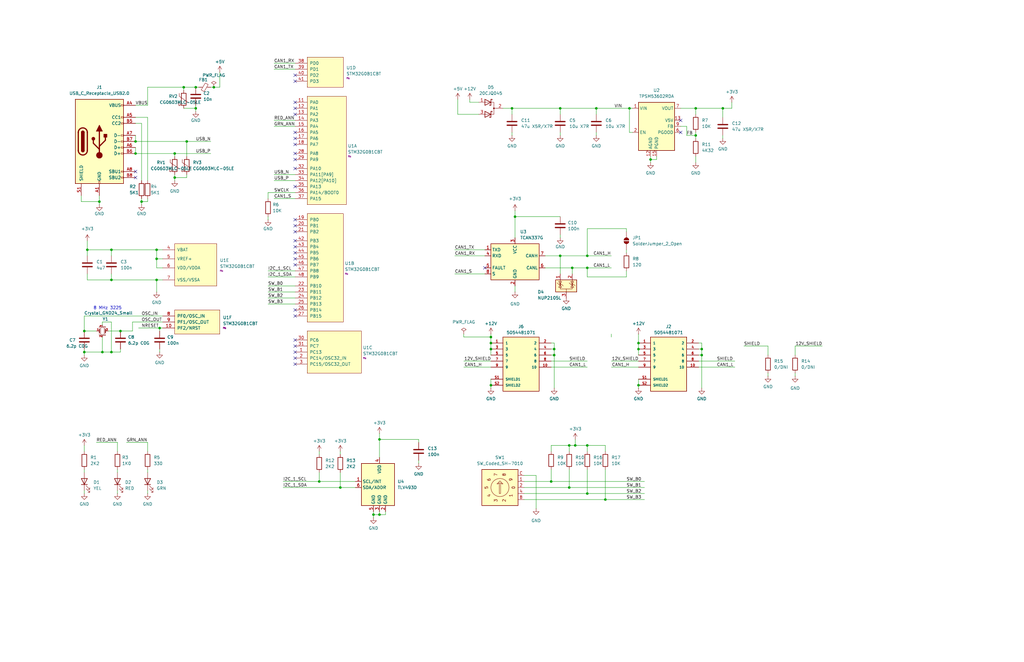
<source format=kicad_sch>
(kicad_sch (version 20250114) (generator "eeschema") (generator_version "9.0")
  (paper "B")
  (text "8 MHz 3225" (at 39.37 130.81 0) (effects (font (size 1.27 1.27)) (justify left bottom)))
  (junction (at 215.9 45.72))
  (junction (at 157.48 217.17))
  (junction (at 207.01 162.56))
  (junction (at 73.66 74.93))
  (junction (at 232.41 203.2))
  (junction (at 247.65 208.28))
  (junction (at 57.15 59.69))
  (junction (at 143.51 205.74))
  (junction (at 207.01 144.78))
  (junction (at 78.74 59.69))
  (junction (at 50.8 139.7))
  (junction (at 240.03 205.74))
  (junction (at 304.8 45.72))
  (junction (at 241.3 113.03))
  (junction (at 90.17 36.83))
  (junction (at 233.68 149.86))
  (junction (at 82.55 45.72))
  (junction (at 46.99 118.11))
  (junction (at 207.01 142.24))
  (junction (at 236.22 45.72))
  (junction (at 57.15 64.77))
  (junction (at 251.46 45.72))
  (junction (at 236.22 107.95))
  (junction (at 41.91 85.09))
  (junction (at 247.65 107.95))
  (junction (at 207.01 147.32))
  (junction (at 265.43 45.72))
  (junction (at 82.55 36.83))
  (junction (at 269.24 162.56))
  (junction (at 134.62 203.2))
  (junction (at 66.04 109.22))
  (junction (at 269.24 144.78))
  (junction (at 233.68 147.32))
  (junction (at 59.69 85.09))
  (junction (at 240.03 187.96))
  (junction (at 269.24 147.32))
  (junction (at 274.32 67.31))
  (junction (at 66.04 118.11))
  (junction (at 160.02 217.17))
  (junction (at 77.47 36.83))
  (junction (at 46.99 105.41))
  (junction (at 217.17 91.44))
  (junction (at 242.57 187.96))
  (junction (at 293.37 45.72))
  (junction (at 293.37 57.15))
  (junction (at 66.04 105.41))
  (junction (at 73.66 64.77))
  (junction (at 255.27 210.82))
  (junction (at 35.56 148.59))
  (junction (at 295.91 149.86))
  (junction (at 35.56 139.7))
  (junction (at 43.18 148.59))
  (junction (at 247.65 187.96))
  (junction (at 160.02 185.42))
  (junction (at 36.83 105.41))
  (junction (at 295.91 147.32))
  (junction (at 67.31 138.43))
  (junction (at 247.65 113.03))
  (junction (at 46.99 148.59))
  (no_connect (at 124.46 151.13))
  (no_connect (at 124.46 48.26))
  (no_connect (at 287.02 55.88))
  (no_connect (at 124.46 78.74))
  (no_connect (at 204.47 113.03))
  (no_connect (at 124.46 130.81))
  (no_connect (at 124.46 67.31))
  (no_connect (at 57.15 74.93))
  (no_connect (at 124.46 55.88))
  (no_connect (at 124.46 43.18))
  (no_connect (at 124.46 153.67))
  (no_connect (at 124.46 111.76))
  (no_connect (at 124.46 34.29))
  (no_connect (at 124.46 109.22))
  (no_connect (at 124.46 143.51))
  (no_connect (at 124.46 60.96))
  (no_connect (at 124.46 146.05))
  (no_connect (at 124.46 95.25))
  (no_connect (at 124.46 58.42))
  (no_connect (at 124.46 64.77))
  (no_connect (at 124.46 31.75))
  (no_connect (at 124.46 106.68))
  (no_connect (at 124.46 97.79))
  (no_connect (at 124.46 45.72))
  (no_connect (at 124.46 92.71))
  (no_connect (at 124.46 133.35))
  (no_connect (at 124.46 148.59))
  (no_connect (at 124.46 71.12))
  (no_connect (at 287.02 50.8))
  (no_connect (at 124.46 101.6))
  (no_connect (at 57.15 72.39))
  (no_connect (at 124.46 104.14))
  (wire (pts (xy 304.8 57.15) (xy 304.8 58.42)))
  (wire (pts (xy 264.16 116.84) (xy 247.65 116.84)))
  (wire (pts (xy 49.53 207.01) (xy 49.53 208.28)))
  (wire (pts (xy 35.56 133.35) (xy 35.56 139.7)))
  (wire (pts (xy 295.91 144.78) (xy 295.91 147.32)))
  (wire (pts (xy 247.65 187.96) (xy 247.65 190.5)))
  (wire (pts (xy 67.31 147.32) (xy 67.31 148.59)))
  (wire (pts (xy 251.46 55.88) (xy 251.46 57.15)))
  (wire (pts (xy 59.69 83.82) (xy 59.69 85.09)))
  (wire (pts (xy 113.03 116.84) (xy 124.46 116.84)))
  (wire (pts (xy 115.57 76.2) (xy 124.46 76.2)))
  (wire (pts (xy 49.53 198.12) (xy 49.53 199.39)))
  (wire (pts (xy 274.32 66.04) (xy 274.32 67.31)))
  (wire (pts (xy 241.3 113.03) (xy 241.3 115.57)))
  (wire (pts (xy 293.37 55.88) (xy 293.37 57.15)))
  (wire (pts (xy 295.91 149.86) (xy 295.91 163.83)))
  (wire (pts (xy 176.53 186.69) (xy 176.53 185.42)))
  (wire (pts (xy 207.01 142.24) (xy 207.01 144.78)))
  (wire (pts (xy 335.28 157.48) (xy 335.28 158.75)))
  (wire (pts (xy 236.22 55.88) (xy 236.22 57.15)))
  (wire (pts (xy 34.29 82.55) (xy 34.29 85.09)))
  (wire (pts (xy 134.62 190.5) (xy 134.62 191.77)))
  (wire (pts (xy 115.57 83.82) (xy 124.46 83.82)))
  (wire (pts (xy 62.23 186.69) (xy 62.23 190.5)))
  (wire (pts (xy 233.68 147.32) (xy 232.41 147.32)))
  (wire (pts (xy 293.37 45.72) (xy 287.02 45.72)))
  (wire (pts (xy 212.09 45.72) (xy 215.9 45.72)))
  (wire (pts (xy 242.57 185.42) (xy 242.57 187.96)))
  (wire (pts (xy 195.58 140.97) (xy 195.58 142.24)))
  (wire (pts (xy 160.02 185.42) (xy 176.53 185.42)))
  (wire (pts (xy 162.56 215.9) (xy 162.56 217.17)))
  (wire (pts (xy 193.04 48.26) (xy 201.93 48.26)))
  (wire (pts (xy 294.64 154.94) (xy 309.88 154.94)))
  (wire (pts (xy 35.56 133.35) (xy 68.58 133.35)))
  (wire (pts (xy 257.81 152.4) (xy 269.24 152.4)))
  (wire (pts (xy 62.23 85.09) (xy 62.23 83.82)))
  (wire (pts (xy 217.17 88.9) (xy 217.17 91.44)))
  (wire (pts (xy 240.03 198.12) (xy 240.03 205.74)))
  (wire (pts (xy 115.57 50.8) (xy 124.46 50.8)))
  (wire (pts (xy 77.47 36.83) (xy 82.55 36.83)))
  (wire (pts (xy 247.65 113.03) (xy 257.81 113.03)))
  (wire (pts (xy 35.56 148.59) (xy 35.56 149.86)))
  (wire (pts (xy 36.83 105.41) (xy 46.99 105.41)))
  (wire (pts (xy 265.43 45.72) (xy 265.43 55.88)))
  (wire (pts (xy 264.16 105.41) (xy 264.16 106.68)))
  (wire (pts (xy 113.03 125.73) (xy 124.46 125.73)))
  (wire (pts (xy 77.47 36.83) (xy 77.47 38.1)))
  (wire (pts (xy 68.58 113.03) (xy 66.04 113.03)))
  (wire (pts (xy 198.12 41.91) (xy 198.12 43.18)))
  (wire (pts (xy 295.91 144.78) (xy 294.64 144.78)))
  (wire (pts (xy 201.93 43.18) (xy 198.12 43.18)))
  (wire (pts (xy 215.9 45.72) (xy 215.9 48.26)))
  (wire (pts (xy 266.7 55.88) (xy 265.43 55.88)))
  (wire (pts (xy 276.86 66.04) (xy 276.86 67.31)))
  (wire (pts (xy 57.15 57.15) (xy 57.15 59.69)))
  (wire (pts (xy 257.81 140.97) (xy 257.81 142.24)))
  (wire (pts (xy 143.51 205.74) (xy 119.38 205.74)))
  (wire (pts (xy 247.65 107.95) (xy 257.81 107.95)))
  (wire (pts (xy 57.15 59.69) (xy 78.74 59.69)))
  (wire (pts (xy 50.8 148.59) (xy 50.8 147.32)))
  (wire (pts (xy 274.32 67.31) (xy 276.86 67.31)))
  (wire (pts (xy 323.85 146.05) (xy 323.85 149.86)))
  (wire (pts (xy 53.34 186.69) (xy 62.23 186.69)))
  (wire (pts (xy 43.18 137.16) (xy 43.18 135.89)))
  (wire (pts (xy 36.83 101.6) (xy 36.83 105.41)))
  (wire (pts (xy 115.57 53.34) (xy 124.46 53.34)))
  (wire (pts (xy 43.18 135.89) (xy 46.99 135.89)))
  (wire (pts (xy 36.83 118.11) (xy 46.99 118.11)))
  (wire (pts (xy 41.91 86.36) (xy 41.91 85.09)))
  (wire (pts (xy 207.01 160.02) (xy 207.01 162.56)))
  (wire (pts (xy 134.62 203.2) (xy 149.86 203.2)))
  (wire (pts (xy 293.37 57.15) (xy 293.37 58.42)))
  (wire (pts (xy 236.22 99.06) (xy 236.22 100.33)))
  (wire (pts (xy 115.57 73.66) (xy 124.46 73.66)))
  (wire (pts (xy 207.01 140.97) (xy 207.01 142.24)))
  (wire (pts (xy 115.57 29.21) (xy 124.46 29.21)))
  (wire (pts (xy 82.55 45.72) (xy 82.55 44.45)))
  (wire (pts (xy 78.74 59.69) (xy 88.9 59.69)))
  (wire (pts (xy 113.03 91.44) (xy 113.03 92.71)))
  (wire (pts (xy 233.68 149.86) (xy 233.68 163.83)))
  (wire (pts (xy 207.01 144.78) (xy 207.01 147.32)))
  (wire (pts (xy 191.77 115.57) (xy 204.47 115.57)))
  (wire (pts (xy 66.04 123.19) (xy 66.04 118.11)))
  (wire (pts (xy 217.17 120.65) (xy 217.17 123.19)))
  (wire (pts (xy 191.77 105.41) (xy 204.47 105.41)))
  (wire (pts (xy 220.98 210.82) (xy 255.27 210.82)))
  (wire (pts (xy 149.86 205.74) (xy 143.51 205.74)))
  (wire (pts (xy 236.22 91.44) (xy 217.17 91.44)))
  (wire (pts (xy 233.68 144.78) (xy 232.41 144.78)))
  (wire (pts (xy 57.15 64.77) (xy 73.66 64.77)))
  (wire (pts (xy 66.04 105.41) (xy 66.04 109.22)))
  (wire (pts (xy 232.41 203.2) (xy 271.78 203.2)))
  (wire (pts (xy 34.29 85.09) (xy 41.91 85.09)))
  (wire (pts (xy 247.65 187.96) (xy 255.27 187.96)))
  (wire (pts (xy 295.91 149.86) (xy 294.64 149.86)))
  (wire (pts (xy 62.23 44.45) (xy 57.15 44.45)))
  (wire (pts (xy 195.58 142.24) (xy 207.01 142.24)))
  (wire (pts (xy 82.55 36.83) (xy 83.82 36.83)))
  (wire (pts (xy 269.24 140.97) (xy 269.24 144.78)))
  (wire (pts (xy 35.56 147.32) (xy 35.56 148.59)))
  (wire (pts (xy 247.65 113.03) (xy 241.3 113.03)))
  (wire (pts (xy 46.99 118.11) (xy 66.04 118.11)))
  (wire (pts (xy 46.99 135.89) (xy 46.99 148.59)))
  (wire (pts (xy 247.65 113.03) (xy 247.65 116.84)))
  (wire (pts (xy 255.27 187.96) (xy 255.27 190.5)))
  (wire (pts (xy 157.48 217.17) (xy 157.48 218.44)))
  (wire (pts (xy 274.32 67.31) (xy 274.32 68.58)))
  (wire (pts (xy 35.56 198.12) (xy 35.56 199.39)))
  (wire (pts (xy 295.91 147.32) (xy 294.64 147.32)))
  (wire (pts (xy 46.99 115.57) (xy 46.99 118.11)))
  (wire (pts (xy 73.66 64.77) (xy 88.9 64.77)))
  (wire (pts (xy 226.06 214.63) (xy 226.06 200.66)))
  (wire (pts (xy 229.87 107.95) (xy 236.22 107.95)))
  (wire (pts (xy 264.16 97.79) (xy 264.16 96.52)))
  (wire (pts (xy 247.65 96.52) (xy 247.65 107.95)))
  (wire (pts (xy 67.31 138.43) (xy 68.58 138.43)))
  (wire (pts (xy 157.48 215.9) (xy 157.48 217.17)))
  (wire (pts (xy 92.71 30.48) (xy 92.71 36.83)))
  (wire (pts (xy 92.71 36.83) (xy 90.17 36.83)))
  (wire (pts (xy 232.41 152.4) (xy 247.65 152.4)))
  (wire (pts (xy 269.24 162.56) (xy 269.24 163.83)))
  (wire (pts (xy 113.03 81.28) (xy 124.46 81.28)))
  (wire (pts (xy 264.16 96.52) (xy 247.65 96.52)))
  (wire (pts (xy 160.02 182.88) (xy 160.02 185.42)))
  (wire (pts (xy 293.37 45.72) (xy 293.37 48.26)))
  (wire (pts (xy 58.42 138.43) (xy 67.31 138.43)))
  (wire (pts (xy 251.46 45.72) (xy 251.46 48.26)))
  (wire (pts (xy 217.17 91.44) (xy 217.17 100.33)))
  (wire (pts (xy 232.41 187.96) (xy 240.03 187.96)))
  (wire (pts (xy 41.91 82.55) (xy 41.91 85.09)))
  (wire (pts (xy 247.65 208.28) (xy 271.78 208.28)))
  (wire (pts (xy 294.64 152.4) (xy 309.88 152.4)))
  (wire (pts (xy 62.23 76.2) (xy 62.23 49.53)))
  (wire (pts (xy 143.51 199.39) (xy 143.51 205.74)))
  (wire (pts (xy 240.03 205.74) (xy 271.78 205.74)))
  (wire (pts (xy 55.88 135.89) (xy 68.58 135.89)))
  (wire (pts (xy 304.8 45.72) (xy 304.8 49.53)))
  (wire (pts (xy 46.99 105.41) (xy 66.04 105.41)))
  (wire (pts (xy 207.01 147.32) (xy 207.01 149.86)))
  (wire (pts (xy 113.03 81.28) (xy 113.03 83.82)))
  (wire (pts (xy 232.41 154.94) (xy 247.65 154.94)))
  (wire (pts (xy 269.24 160.02) (xy 269.24 162.56)))
  (wire (pts (xy 77.47 45.72) (xy 82.55 45.72)))
  (wire (pts (xy 289.56 53.34) (xy 289.56 57.15)))
  (wire (pts (xy 90.17 36.83) (xy 88.9 36.83)))
  (wire (pts (xy 62.23 198.12) (xy 62.23 199.39)))
  (wire (pts (xy 43.18 148.59) (xy 46.99 148.59)))
  (wire (pts (xy 66.04 109.22) (xy 66.04 113.03)))
  (wire (pts (xy 45.72 139.7) (xy 50.8 139.7)))
  (wire (pts (xy 242.57 187.96) (xy 247.65 187.96)))
  (wire (pts (xy 247.65 198.12) (xy 247.65 208.28)))
  (wire (pts (xy 55.88 139.7) (xy 50.8 139.7)))
  (wire (pts (xy 55.88 139.7) (xy 55.88 135.89)))
  (wire (pts (xy 59.69 85.09) (xy 59.69 86.36)))
  (wire (pts (xy 162.56 217.17) (xy 160.02 217.17)))
  (wire (pts (xy 229.87 113.03) (xy 241.3 113.03)))
  (wire (pts (xy 226.06 200.66) (xy 220.98 200.66)))
  (wire (pts (xy 115.57 26.67) (xy 124.46 26.67)))
  (wire (pts (xy 67.31 138.43) (xy 67.31 139.7)))
  (wire (pts (xy 255.27 198.12) (xy 255.27 210.82)))
  (wire (pts (xy 113.03 114.3) (xy 124.46 114.3)))
  (wire (pts (xy 35.56 148.59) (xy 43.18 148.59)))
  (wire (pts (xy 62.23 207.01) (xy 62.23 208.28)))
  (wire (pts (xy 289.56 57.15) (xy 293.37 57.15)))
  (wire (pts (xy 62.23 36.83) (xy 62.23 44.45)))
  (wire (pts (xy 49.53 186.69) (xy 49.53 190.5)))
  (wire (pts (xy 78.74 59.69) (xy 78.74 66.04)))
  (wire (pts (xy 195.58 154.94) (xy 207.01 154.94)))
  (wire (pts (xy 293.37 66.04) (xy 293.37 68.58)))
  (wire (pts (xy 73.66 73.66) (xy 73.66 74.93)))
  (wire (pts (xy 236.22 107.95) (xy 236.22 115.57)))
  (wire (pts (xy 323.85 157.48) (xy 323.85 158.75)))
  (wire (pts (xy 255.27 210.82) (xy 271.78 210.82)))
  (wire (pts (xy 269.24 147.32) (xy 269.24 149.86)))
  (wire (pts (xy 304.8 45.72) (xy 293.37 45.72)))
  (wire (pts (xy 295.91 147.32) (xy 295.91 149.86)))
  (wire (pts (xy 257.81 154.94) (xy 269.24 154.94)))
  (wire (pts (xy 233.68 147.32) (xy 233.68 149.86)))
  (wire (pts (xy 62.23 85.09) (xy 59.69 85.09)))
  (wire (pts (xy 66.04 109.22) (xy 68.58 109.22)))
  (wire (pts (xy 82.55 45.72) (xy 82.55 46.99)))
  (wire (pts (xy 220.98 205.74) (xy 240.03 205.74)))
  (wire (pts (xy 73.66 64.77) (xy 73.66 66.04)))
  (wire (pts (xy 233.68 144.78) (xy 233.68 147.32)))
  (wire (pts (xy 160.02 185.42) (xy 160.02 193.04)))
  (wire (pts (xy 220.98 203.2) (xy 232.41 203.2)))
  (wire (pts (xy 134.62 199.39) (xy 134.62 203.2)))
  (wire (pts (xy 36.83 107.95) (xy 36.83 105.41)))
  (wire (pts (xy 251.46 45.72) (xy 265.43 45.72)))
  (wire (pts (xy 66.04 105.41) (xy 68.58 105.41)))
  (wire (pts (xy 113.03 120.65) (xy 124.46 120.65)))
  (wire (pts (xy 36.83 115.57) (xy 36.83 118.11)))
  (wire (pts (xy 113.03 123.19) (xy 124.46 123.19)))
  (wire (pts (xy 232.41 198.12) (xy 232.41 203.2)))
  (wire (pts (xy 313.69 146.05) (xy 323.85 146.05)))
  (wire (pts (xy 59.69 76.2) (xy 59.69 52.07)))
  (wire (pts (xy 195.58 152.4) (xy 207.01 152.4)))
  (wire (pts (xy 240.03 190.5) (xy 240.03 187.96)))
  (wire (pts (xy 35.56 139.7) (xy 40.64 139.7)))
  (wire (pts (xy 269.24 144.78) (xy 269.24 147.32)))
  (wire (pts (xy 247.65 107.95) (xy 236.22 107.95)))
  (wire (pts (xy 40.64 186.69) (xy 49.53 186.69)))
  (wire (pts (xy 236.22 45.72) (xy 236.22 48.26)))
  (wire (pts (xy 220.98 208.28) (xy 247.65 208.28)))
  (wire (pts (xy 193.04 48.26) (xy 193.04 41.91)))
  (wire (pts (xy 46.99 148.59) (xy 50.8 148.59)))
  (wire (pts (xy 287.02 53.34) (xy 289.56 53.34)))
  (wire (pts (xy 119.38 203.2) (xy 134.62 203.2)))
  (wire (pts (xy 215.9 45.72) (xy 236.22 45.72)))
  (wire (pts (xy 46.99 107.95) (xy 46.99 105.41)))
  (wire (pts (xy 207.01 162.56) (xy 207.01 163.83)))
  (wire (pts (xy 264.16 114.3) (xy 264.16 116.84)))
  (wire (pts (xy 143.51 190.5) (xy 143.51 191.77)))
  (wire (pts (xy 73.66 74.93) (xy 78.74 74.93)))
  (wire (pts (xy 59.69 52.07) (xy 57.15 52.07)))
  (wire (pts (xy 160.02 215.9) (xy 160.02 217.17)))
  (wire (pts (xy 191.77 107.95) (xy 204.47 107.95)))
  (wire (pts (xy 73.66 74.93) (xy 73.66 76.2)))
  (wire (pts (xy 308.61 45.72) (xy 304.8 45.72)))
  (wire (pts (xy 113.03 128.27) (xy 124.46 128.27)))
  (wire (pts (xy 43.18 142.24) (xy 43.18 148.59)))
  (wire (pts (xy 346.71 146.05) (xy 335.28 146.05)))
  (wire (pts (xy 78.74 73.66) (xy 78.74 74.93)))
  (wire (pts (xy 232.41 190.5) (xy 232.41 187.96)))
  (wire (pts (xy 160.02 217.17) (xy 157.48 217.17)))
  (wire (pts (xy 176.53 194.31) (xy 176.53 195.58)))
  (wire (pts (xy 240.03 187.96) (xy 242.57 187.96)))
  (wire (pts (xy 35.56 187.96) (xy 35.56 190.5)))
  (wire (pts (xy 265.43 45.72) (xy 266.7 45.72)))
  (wire (pts (xy 308.61 43.18) (xy 308.61 45.72)))
  (wire (pts (xy 233.68 149.86) (xy 232.41 149.86)))
  (wire (pts (xy 236.22 45.72) (xy 251.46 45.72)))
  (wire (pts (xy 62.23 49.53) (xy 57.15 49.53)))
  (wire (pts (xy 35.56 207.01) (xy 35.56 208.28)))
  (wire (pts (xy 57.15 62.23) (xy 57.15 64.77)))
  (wire (pts (xy 66.04 118.11) (xy 68.58 118.11)))
  (wire (pts (xy 215.9 55.88) (xy 215.9 57.15)))
  (wire (pts (xy 62.23 36.83) (xy 77.47 36.83)))
  (wire (pts (xy 335.28 146.05) (xy 335.28 149.86)))
  (label "CAN1_TX" (at 191.77 105.41 0))
  (label "12V_SHIELD" (at 346.71 146.05 180))
  (label "I2C_1_SCL" (at 113.03 114.3 0))
  (label "USB_N" (at 115.57 73.66 0))
  (label "RED_ANN" (at 40.64 186.69 0))
  (label "VIN" (at 259.08 45.72 0))
  (label "SHIELD" (at 313.69 146.05 0))
  (label "SW_B0" (at 113.03 120.65 0))
  (label "I2C_1_SDA" (at 113.03 116.84 0))
  (label "OSC_IN" (at 59.69 133.35 0))
  (label "I2C_1_SDA" (at 119.38 205.74 0))
  (label "CAN1_RX" (at 191.77 107.95 0))
  (label "12V_SHIELD" (at 269.24 152.4 180))
  (label "I2C_1_SCL" (at 119.38 203.2 0))
  (label "USB_N" (at 82.55 59.69 0))
  (label "SHIELD" (at 302.26 152.4 0))
  (label "NRESET" (at 59.69 138.43 0))
  (label "SW_B2" (at 113.03 125.73 0))
  (label "CAN1_RX" (at 115.57 26.67 0))
  (label "12V_SHIELD" (at 207.01 152.4 180))
  (label "SW_B1" (at 113.03 123.19 0))
  (label "SHIELD" (at 240.03 152.4 0))
  (label "CAN1_L" (at 240.03 154.94 0))
  (label "SW_B2" (at 264.16 208.28 0))
  (label "CAN1_H" (at 203.2 154.94 180))
  (label "SW_B3" (at 264.16 210.82 0))
  (label "SW_B1" (at 264.16 205.74 0))
  (label "SW_B0" (at 264.16 203.2 0))
  (label "CAN1_L" (at 302.26 154.94 0))
  (label "VBUS" (at 57.15 44.45 0))
  (label "CAN1_S" (at 115.57 83.82 0))
  (label "CAN1_H" (at 250.19 107.95 0))
  (label "GRN_ANN" (at 115.57 53.34 0))
  (label "CAN1_H" (at 265.43 154.94 180))
  (label "SWCLK" (at 115.57 81.28 0))
  (label "FB" (at 289.56 57.15 0))
  (label "CAN1_L" (at 250.19 113.03 0))
  (label "RED_ANN" (at 115.57 50.8 0))
  (label "GRN_ANN" (at 53.34 186.69 0))
  (label "USB_P" (at 115.57 76.2 0))
  (label "SW_B3" (at 113.03 128.27 0))
  (label "USB_P" (at 82.55 64.77 0))
  (label "OSC_OUT" (at 59.69 135.89 0))
  (label "CAN1_TX" (at 115.57 29.21 0))
  (label "CAN1_S" (at 191.77 115.57 0))
  (symbol (lib_id "Device:Varistor") (at 78.74 69.85 0) (unit 1)
    (property "Reference" "RV3" (at 81.28 68.58 0) (effects (justify left)))
    (property "Value" "CG0603MLC-05LE" (at 81.28 71.12 0) (effects (justify left)))
    (property "Footprint" "Resistor_SMD:R_0603_1608Metric" (effects (hide yes)))
    (property "Sim.Name" "kicad_builtin_varistor" (effects (hide yes)))
    (property "Sim.Device" "SUBCKT" (effects (hide yes)))
    (property "Sim.Pins" "1=A 2=B" (effects (hide yes)))
    (property "Sim.Params" "threshold=1k" (effects (hide yes)))
    (property "Sim.Library" "${KICAD7_SYMBOL_DIR}/Simulation_SPICE.sp" (effects (hide yes)))
    (property "LCSC" "C2655331" (effects (hide yes)))
  )
  (symbol (lib_id "Device:C") (at 251.46 52.07 0) (unit 1)
    (property "Reference" "C6" (at 255.27 50.7999 0) (effects (justify left)))
    (property "Value" "10u X7R" (at 255.27 53.3399 0) (effects (justify left)))
    (property "Footprint" "Capacitor_SMD:C_1206_3216Metric" (effects (hide yes)))
    (property "Description" "Unpolarized capacitor" (effects (hide yes)))
  )
  (symbol (lib_id "power:GND") (at 226.06 214.63 0) (unit 1)
    (property "Reference" "#PWR024" (effects (hide yes)))
    (property "Value" "GND" (at 226.06 219.71 0))
    (property "Description" "Power symbol creates a global label with name \"GND\" , ground" (effects (hide yes)))
  )
  (symbol (lib_id "power:+5V") (at 92.71 30.48 0) (unit 1)
    (property "Reference" "#PWR010" (effects (hide yes)))
    (property "Value" "+5V" (at 92.71 26.035 0))
  )
  (symbol (lib_id "power:+3V3") (at 36.83 101.6 0) (unit 1)
    (property "Reference" "#PWR08" (effects (hide yes)))
    (property "Value" "+3V3" (at 36.83 96.52 0))
  )
  (symbol (lib_id "ch:STM32G0B1CBT") (at 140.97 148.59 0) (unit 3)
    (property "Reference" "U1" (at 153.035 146.685 0) (effects (justify left)))
    (property "Value" "STM32G0B1CBT" (at 153.035 149.225 0) (effects (justify left)))
    (property "Footprint" "Package_QFP:LQFP-48_7x7mm_P0.5mm" (effects (hide yes)))
    (property "Datasheet" "$PTX_DATASHEETS/datasheets/Microcontroller/STW_stm32g0b1re.pdf" (effects (hide yes)))
    (property "Datasheet2" "$PTX_DATASHEETS/datasheets/Microcontroller/STW_stm32g0b1re_reference_maual.pdf" (effects (hide yes)))
    (property "Manufacturer" "ST" (effects (hide yes)))
    (property "MPN" "STM32G0B1CBT" (effects (hide yes)))
    (property "Fit" "fit: " (at 153.035 151.13 0) (effects (font (size 0.635 0.635)) (justify left)))
    (property "State" "reviewed" (effects (hide yes)))
    (property "Package" "LQFP48" (effects (hide yes)))
  )
  (symbol (lib_id "power:GND") (at 67.31 148.59 0) (unit 1)
    (property "Reference" "#PWR020" (effects (hide yes)))
    (property "Value" "GND" (at 67.31 153.035 0))
  )
  (symbol (lib_id "ch:STM32G0B1CBT") (at 83.82 135.89 0) (unit 6)
    (property "Reference" "U1" (at 93.98 133.985 0) (effects (justify left)))
    (property "Value" "STM32G0B1CBT" (at 93.98 136.525 0) (effects (justify left)))
    (property "Footprint" "Package_QFP:LQFP-48_7x7mm_P0.5mm" (effects (hide yes)))
    (property "Datasheet" "$PTX_DATASHEETS/datasheets/Microcontroller/STW_stm32g0b1re.pdf" (effects (hide yes)))
    (property "Datasheet2" "$PTX_DATASHEETS/datasheets/Microcontroller/STW_stm32g0b1re_reference_maual.pdf" (effects (hide yes)))
    (property "Manufacturer" "ST" (effects (hide yes)))
    (property "MPN" "STM32G0B1CBT" (effects (hide yes)))
    (property "Fit" "fit: " (at 93.98 138.43 0) (effects (font (size 0.635 0.635)) (justify left)))
    (property "State" "reviewed" (effects (hide yes)))
    (property "Package" "LQFP48" (effects (hide yes)))
  )
  (symbol (lib_id "power:GND") (at 233.68 163.83 0) (unit 1)
    (property "Reference" "#PWR035" (effects (hide yes)))
    (property "Value" "GND" (at 233.68 168.275 0))
  )
  (symbol (lib_id "power:GND") (at 73.66 76.2 0) (unit 1)
    (property "Reference" "#PWR06" (effects (hide yes)))
    (property "Value" "GND" (at 73.66 80.645 0))
  )
  (symbol (lib_id "power:GND") (at 113.03 92.71 0) (unit 1)
    (property "Reference" "#PWR013" (effects (hide yes)))
    (property "Value" "GND" (at 113.03 96.52 0))
  )
  (symbol (lib_id "power:+12V") (at 269.24 140.97 0) (unit 1)
    (property "Reference" "#PWR032" (effects (hide yes)))
    (property "Value" "+12V" (at 269.24 136.525 0))
  )
  (symbol (lib_id "power:GND") (at 236.22 57.15 0) (unit 1)
    (property "Reference" "#PWR015" (effects (hide yes)))
    (property "Value" "GND" (at 236.22 61.595 0))
  )
  (symbol (lib_id "Device:Crystal_GND24_Small") (at 43.18 139.7 0) (unit 1)
    (property "Reference" "Y1" (at 44.45 134.62 0))
    (property "Value" "Crystal_GND24_Small" (at 45.72 132.08 0))
    (property "Footprint" "Crystal:Crystal_SMD_3225-4Pin_3.2x2.5mm" (effects (hide yes)))
    (property "LCSC" "C518135" (effects (hide yes)))
  )
  (symbol (lib_id "power:GND") (at 304.8 58.42 0) (unit 1)
    (property "Reference" "#PWR017" (effects (hide yes)))
    (property "Value" "GND" (at 304.8 62.865 0))
  )
  (symbol (lib_id "Device:C") (at 36.83 111.76 0) (unit 1)
    (property "Reference" "C1" (at 40.64 110.49 0) (effects (justify left)))
    (property "Value" "4u7" (at 40.64 113.03 0) (effects (justify left)))
    (property "Footprint" "Capacitor_SMD:C_0603_1608Metric" (effects (hide yes)))
  )
  (symbol (lib_id "ch:STM32G0B1CBT") (at 138.43 64.77 0) (unit 1)
    (property "Reference" "U1" (at 146.685 61.595 0) (effects (justify left)))
    (property "Value" "STM32G0B1CBT" (at 146.685 64.135 0) (effects (justify left)))
    (property "Footprint" "Package_QFP:LQFP-48_7x7mm_P0.5mm" (effects (hide yes)))
    (property "Datasheet" "$PTX_DATASHEETS/datasheets/Microcontroller/STW_stm32g0b1re.pdf" (effects (hide yes)))
    (property "Datasheet2" "$PTX_DATASHEETS/datasheets/Microcontroller/STW_stm32g0b1re_reference_maual.pdf" (effects (hide yes)))
    (property "Manufacturer" "ST" (effects (hide yes)))
    (property "MPN" "STM32G0B1CBT" (effects (hide yes)))
    (property "Fit" "fit: " (at 146.685 66.04 0) (effects (font (size 0.635 0.635)) (justify left)))
    (property "State" "reviewed" (effects (hide yes)))
    (property "Package" "LQFP48" (effects (hide yes)))
  )
  (symbol (lib_id "Device:LED") (at 62.23 203.2 90) (unit 1)
    (property "Reference" "D3" (at 66.04 203.5175 90) (effects (justify right)))
    (property "Value" "GRN" (at 66.04 206.0575 90) (effects (justify right)))
    (property "Footprint" "LED_SMD:LED_0603_1608Metric" (effects (hide yes)))
    (property "LCSC" "C5252984" (effects (hide yes)))
    (property "MPN" "150060GS75000" (effects (hide yes)))
    (property "Sim.Pins" "1=K 2=A" (effects (hide yes)))
  )
  (symbol (lib_id "Jumper:SolderJumper_2_Open") (at 264.16 101.6 90) (unit 1) (in_bom no)
    (property "Reference" "JP1" (at 266.7 100.3299 90) (effects (justify right)))
    (property "Value" "SolderJumper_2_Open" (at 266.7 102.8699 90) (effects (justify right)))
    (property "Footprint" "Jumper:SolderJumper-2_P1.3mm_Open_TrianglePad1.0x1.5mm" (effects (hide yes)))
    (property "Description" "Solder Jumper, 2-pole, open" (effects (hide yes)))
  )
  (symbol (lib_id "Device:C") (at 35.56 143.51 0) (unit 1)
    (property "Reference" "C7" (at 29.21 143.51 0) (effects (justify left)))
    (property "Value" "6.2p C0G" (at 27.94 146.05 0) (effects (justify left)))
    (property "Footprint" "Capacitor_SMD:C_0402_1005Metric" (effects (hide yes)))
  )
  (symbol (lib_id "power:GND") (at 269.24 163.83 0) (unit 1)
    (property "Reference" "#PWR033" (effects (hide yes)))
    (property "Value" "GND" (at 269.24 168.275 0))
  )
  (symbol (lib_id "power:+5V") (at 193.04 41.91 0) (unit 1)
    (property "Reference" "#PWR022" (effects (hide yes)))
    (property "Value" "+5V" (at 193.04 37.465 0))
  )
  (symbol (lib_id "Device:FerriteBead_Small") (at 86.36 36.83 90) (unit 1)
    (property "Reference" "FB1" (at 85.725 33.655 90))
    (property "Value" "FerriteBead_Small" (effects (hide yes)))
    (property "Footprint" "Diode_SMD:D_0603_1608Metric_Pad1.05x0.95mm_HandSolder" (effects (hide yes)))
    (property "LCSC" "C62708" (effects (hide yes)))
  )
  (symbol (lib_id "power:GND") (at 251.46 57.15 0) (unit 1)
    (property "Reference" "#PWR016" (effects (hide yes)))
    (property "Value" "GND" (at 251.46 61.595 0))
  )
  (symbol (lib_id "power:GND") (at 62.23 208.28 0) (unit 1)
    (property "Reference" "#PWR07" (effects (hide yes)))
    (property "Value" "GND" (at 62.23 212.725 0))
  )
  (symbol (lib_id "power:GND") (at 35.56 149.86 0) (unit 1)
    (property "Reference" "#PWR019" (effects (hide yes)))
    (property "Value" "GND" (at 35.56 154.305 0))
  )
  (symbol (lib_id "Power_Protection:NUP2105L") (at 238.76 120.65 0) (unit 1)
    (property "Reference" "D4" (at 226.695 123.19 0) (effects (justify left)))
    (property "Value" "NUP2105L" (at 226.695 125.73 0) (effects (justify left)))
    (property "Footprint" "Package_TO_SOT_SMD:SOT-23" (effects (hide yes)))
    (property "Datasheet" "http://www.onsemi.com/pub_link/Collateral/NUP2105L-D.PDF" (effects (hide yes)))
    (property "LCSC" "C284104" (effects (hide yes)))
  )
  (symbol (lib_id "power:GND") (at 323.85 158.75 0) (unit 1)
    (property "Reference" "#PWR045" (effects (hide yes)))
    (property "Value" "GND" (at 323.85 163.195 0))
  )
  (symbol (lib_id "power:GND") (at 217.17 123.19 0) (unit 1)
    (property "Reference" "#PWR012" (effects (hide yes)))
    (property "Value" "GND" (at 217.17 128.27 0))
  )
  (symbol (lib_id "power:GND") (at 274.32 68.58 0) (unit 1)
    (property "Reference" "#PWR029" (effects (hide yes)))
    (property "Value" "GND" (at 274.32 73.025 0))
  )
  (symbol (lib_id "power:GND") (at 49.53 208.28 0) (unit 1)
    (property "Reference" "#PWR05" (effects (hide yes)))
    (property "Value" "GND" (at 49.53 212.725 0))
  )
  (symbol (lib_id "power:+3V3") (at 308.61 43.18 0) (unit 1)
    (property "Reference" "#PWR027" (effects (hide yes)))
    (property "Value" "+3V3" (at 308.61 38.735 0))
  )
  (symbol (lib_id "power:+3V3") (at 143.51 190.5 0) (unit 1)
    (property "Reference" "#PWR040" (effects (hide yes)))
    (property "Value" "+3V3" (at 143.51 186.055 0))
  )
  (symbol (lib_id "Device:R") (at 62.23 80.01 0) (unit 1)
    (property "Reference" "R4" (at 63.5 78.74 0) (effects (justify left)))
    (property "Value" "5K1" (at 63.5 81.28 0) (effects (justify left)))
    (property "Footprint" "Resistor_SMD:R_0402_1005Metric" (effects (hide yes)))
  )
  (symbol (lib_id "Device:R") (at 35.56 194.31 0) (unit 1)
    (property "Reference" "R1" (at 38.1 193.04 0) (effects (justify left)))
    (property "Value" "2K2" (at 38.1 195.58 0) (effects (justify left)))
    (property "Footprint" "Resistor_SMD:R_0402_1005Metric" (effects (hide yes)))
  )
  (symbol (lib_id "Device:C") (at 236.22 95.25 0) (unit 1)
    (property "Reference" "C10" (at 239.395 93.98 0) (effects (justify left)))
    (property "Value" "100n" (at 239.395 96.52 0) (effects (justify left)))
    (property "Footprint" "Capacitor_SMD:C_0603_1608Metric" (effects (hide yes)))
  )
  (symbol (lib_id "Device:R") (at 293.37 52.07 0) (unit 1)
    (property "Reference" "R7" (at 295.91 50.7999 0) (effects (justify left)))
    (property "Value" "10K" (at 295.91 53.3399 0) (effects (justify left)))
    (property "Footprint" "Resistor_SMD:R_0402_1005Metric" (effects (hide yes)))
    (property "Description" "Resistor" (effects (hide yes)))
  )
  (symbol (lib_id "power:+12V") (at 207.01 140.97 0) (unit 1)
    (property "Reference" "#PWR031" (effects (hide yes)))
    (property "Value" "+12V" (at 207.01 136.525 0))
  )
  (symbol (lib_id "power:GND") (at 59.69 86.36 0) (unit 1)
    (property "Reference" "#PWR04" (effects (hide yes)))
    (property "Value" "GND" (at 59.69 90.17 0))
  )
  (symbol (lib_id "Device:C") (at 67.31 143.51 0) (unit 1)
    (property "Reference" "C9" (at 70.485 142.24 0) (effects (justify left)))
    (property "Value" "100n" (at 70.485 144.78 0) (effects (justify left)))
    (property "Footprint" "Capacitor_SMD:C_0603_1608Metric" (effects (hide yes)))
    (property "LCSC" "C14663" (effects (hide yes)))
  )
  (symbol (lib_id "Device:C") (at 50.8 143.51 0) (unit 1)
    (property "Reference" "C8" (at 53.975 142.24 0) (effects (justify left)))
    (property "Value" "6.2p C0G" (at 53.975 144.78 0) (effects (justify left)))
    (property "Footprint" "Capacitor_SMD:C_0402_1005Metric" (effects (hide yes)))
  )
  (symbol (lib_id "Connector:USB_C_Receptacle_USB2.0_16P") (at 41.91 59.69 0) (unit 1)
    (property "Reference" "J1" (at 41.91 36.83 0))
    (property "Value" "USB_C_Receptacle_USB2.0" (at 41.91 39.37 0))
    (property "Footprint" "Connector_USB:USB_C_Receptacle_HCTL_HC-TYPE-C-16P-01A" (effects (hide yes)))
    (property "Datasheet" "https://www.usb.org/sites/default/files/documents/usb_type-c.zip" (effects (hide yes)))
    (property "LCSC" "C2997435" (effects (hide yes)))
  )
  (symbol (lib_id "power:GND") (at 335.28 158.75 0) (unit 1)
    (property "Reference" "#PWR041" (effects (hide yes)))
    (property "Value" "GND" (at 335.28 163.83 0))
  )
  (symbol (lib_id "Device:R") (at 134.62 195.58 0) (unit 1)
    (property "Reference" "R12" (at 137.16 194.3099 0) (effects (justify left)))
    (property "Value" "2K2" (at 137.16 196.8499 0) (effects (justify left)))
    (property "Footprint" "Resistor_SMD:R_0402_1005Metric" (effects (hide yes)))
    (property "Description" "Resistor" (effects (hide yes)))
  )
  (symbol (lib_id "power:GND") (at 35.56 208.28 0) (unit 1)
    (property "Reference" "#PWR03" (effects (hide yes)))
    (property "Value" "GND" (at 35.56 212.725 0))
  )
  (symbol (lib_id "Device:R") (at 293.37 62.23 0) (unit 1)
    (property "Reference" "R11" (at 295.91 60.9599 0) (effects (justify left)))
    (property "Value" "4K32" (at 295.91 63.4999 0) (effects (justify left)))
    (property "Footprint" "Resistor_SMD:R_0402_1005Metric" (effects (hide yes)))
    (property "Description" "Resistor" (effects (hide yes)))
  )
  (symbol (lib_id "power:+12V") (at 198.12 41.91 0) (unit 1)
    (property "Reference" "#PWR021" (effects (hide yes)))
    (property "Value" "+12V" (at 198.12 37.465 0))
  )
  (symbol (lib_id "Device:D_Schottky_Dual_CommonCathode_AKA_Parallel") (at 207.01 45.72 0) (unit 1)
    (property "Reference" "D5" (at 206.9465 36.83 0))
    (property "Value" "20CJQ045" (at 206.9465 39.37 0))
    (property "Footprint" "Package_TO_SOT_SMD:SOT-223-3_TabPin2" (effects (hide yes)))
    (property "Description" "Dual Schottky diode, common anode on pin 1" (effects (hide yes)))
  )
  (symbol (lib_id "ch:STM32G0B1CBT") (at 82.55 111.76 0) (unit 5)
    (property "Reference" "U1" (at 92.71 109.855 0) (effects (justify left)))
    (property "Value" "STM32G0B1CBT" (at 92.71 112.395 0) (effects (justify left)))
    (property "Footprint" "Package_QFP:LQFP-48_7x7mm_P0.5mm" (effects (hide yes)))
    (property "Datasheet" "$PTX_DATASHEETS/datasheets/Microcontroller/STW_stm32g0b1re.pdf" (effects (hide yes)))
    (property "Datasheet2" "$PTX_DATASHEETS/datasheets/Microcontroller/STW_stm32g0b1re_reference_maual.pdf" (effects (hide yes)))
    (property "Manufacturer" "ST" (effects (hide yes)))
    (property "MPN" "STM32G0B1CBT" (effects (hide yes)))
    (property "Fit" "fit: " (at 92.71 114.3 0) (effects (font (size 0.635 0.635)) (justify left)))
    (property "State" "reviewed" (effects (hide yes)))
    (property "Package" "LQFP48" (effects (hide yes)))
  )
  (symbol (lib_id "Device:C") (at 46.99 111.76 0) (unit 1)
    (property "Reference" "C3" (at 50.8 110.49 0) (effects (justify left)))
    (property "Value" "100n" (at 50.8 113.03 0) (effects (justify left)))
    (property "Footprint" "Capacitor_SMD:C_0603_1608Metric" (effects (hide yes)))
    (property "LCSC" "C14663" (effects (hide yes)))
  )
  (symbol (lib_id "Device:LED") (at 35.56 203.2 90) (unit 1)
    (property "Reference" "D1" (at 39.37 203.5175 90) (effects (justify right)))
    (property "Value" "YEL" (at 39.37 206.0575 90) (effects (justify right)))
    (property "Footprint" "LED_SMD:LED_0603_1608Metric" (effects (hide yes)))
    (property "LCSC" "C9900012286" (effects (hide yes)))
    (property "MPN" "150060YS75000" (effects (hide yes)))
    (property "Sim.Pins" "1=K 2=A" (effects (hide yes)))
  )
  (symbol (lib_id "Device:C") (at 176.53 190.5 0) (unit 1)
    (property "Reference" "C13" (at 180.34 189.2299 0) (effects (justify left)))
    (property "Value" "100n" (at 180.34 191.7699 0) (effects (justify left)))
    (property "Footprint" "Capacitor_SMD:C_0603_1608Metric" (effects (hide yes)))
    (property "Description" "Unpolarized capacitor" (effects (hide yes)))
  )
  (symbol (lib_id "Device:C") (at 304.8 53.34 0) (unit 1)
    (property "Reference" "C12" (at 308.61 52.0699 0) (effects (justify left)))
    (property "Value" "47u X5R/X7R" (at 308.61 54.6099 0) (effects (justify left)))
    (property "Footprint" "Capacitor_SMD:C_2220_5750Metric" (effects (hide yes)))
    (property "Description" "Unpolarized capacitor" (effects (hide yes)))
  )
  (symbol (lib_id "Device:R") (at 240.03 194.31 0) (unit 1)
    (property "Reference" "R10" (at 242.57 193.0399 0) (effects (justify left)))
    (property "Value" "10K" (at 242.57 195.5799 0) (effects (justify left)))
    (property "Footprint" "Resistor_SMD:R_0402_1005Metric" (effects (hide yes)))
    (property "Description" "Resistor" (effects (hide yes)))
  )
  (symbol (lib_id "Device:R") (at 323.85 153.67 0) (unit 1)
    (property "Reference" "R15" (at 326.39 152.3999 0) (effects (justify left)))
    (property "Value" "0/DNI" (at 326.39 154.9399 0) (effects (justify left)))
    (property "Footprint" "Resistor_SMD:R_0402_1005Metric" (effects (hide yes)))
    (property "LCSC" "C473612" (effects (hide yes)))
  )
  (symbol (lib_id "power:PWR_FLAG") (at 90.17 36.83 0) (unit 1)
    (property "Reference" "#FLG02" (effects (hide yes)))
    (property "Value" "PWR_FLAG" (at 90.17 31.75 0))
  )
  (symbol (lib_id "power:GND") (at 176.53 195.58 0) (unit 1)
    (property "Reference" "#PWR038" (effects (hide yes)))
    (property "Value" "GND" (at 176.53 200.025 0))
  )
  (symbol (lib_id "power:GND") (at 236.22 100.33 0) (unit 1)
    (property "Reference" "#PWR025" (effects (hide yes)))
    (property "Value" "GND" (at 236.22 104.14 0))
  )
  (symbol (lib_id "power:GND") (at 157.48 218.44 0) (unit 1)
    (property "Reference" "#PWR018" (effects (hide yes)))
    (property "Value" "GND" (at 157.48 222.885 0))
  )
  (symbol (lib_id "Device:R") (at 335.28 153.67 0) (unit 1)
    (property "Reference" "R14" (at 337.82 152.3999 0) (effects (justify left)))
    (property "Value" "0/DNI" (at 337.82 154.9399 0) (effects (justify left)))
    (property "Footprint" "Resistor_SMD:R_0402_1005Metric" (effects (hide yes)))
    (property "LCSC" "C473612" (effects (hide yes)))
  )
  (symbol (lib_id "Device:C") (at 236.22 52.07 0) (unit 1)
    (property "Reference" "C5" (at 240.03 50.7999 0) (effects (justify left)))
    (property "Value" "10u X7R" (at 240.03 53.3399 0) (effects (justify left)))
    (property "Footprint" "Capacitor_SMD:C_1206_3216Metric" (effects (hide yes)))
    (property "Description" "Unpolarized capacitor" (effects (hide yes)))
  )
  (symbol (lib_id "power:PWR_FLAG") (at 195.58 140.97 0) (mirror y) (unit 1)
    (property "Reference" "#FLG01" (effects (hide yes)))
    (property "Value" "PWR_FLAG" (at 195.58 135.89 0))
  )
  (symbol (lib_id "power:GND") (at 238.76 125.73 0) (unit 1)
    (property "Reference" "#PWR028" (effects (hide yes)))
    (property "Value" "GND" (at 238.76 130.175 0))
  )
  (symbol (lib_id "power:+3V3") (at 134.62 190.5 0) (unit 1)
    (property "Reference" "#PWR039" (effects (hide yes)))
    (property "Value" "+3V3" (at 134.62 186.055 0))
  )
  (symbol (lib_id "power:GND") (at 215.9 57.15 0) (unit 1)
    (property "Reference" "#PWR014" (effects (hide yes)))
    (property "Value" "GND" (at 215.9 61.595 0))
  )
  (symbol (lib_id "Device:Varistor") (at 73.66 69.85 0) (unit 1)
    (property "Reference" "RV1" (at 66.04 68.58 0) (effects (justify left)))
    (property "Value" "CG0603MLC-05LE" (at 63.5 71.12 0) (effects (justify left)))
    (property "Footprint" "Resistor_SMD:R_0603_1608Metric" (effects (hide yes)))
    (property "Sim.Name" "kicad_builtin_varistor" (effects (hide yes)))
    (property "Sim.Device" "SUBCKT" (effects (hide yes)))
    (property "Sim.Pins" "1=A 2=B" (effects (hide yes)))
    (property "Sim.Params" "threshold=1k" (effects (hide yes)))
    (property "Sim.Library" "${KICAD7_SYMBOL_DIR}/Simulation_SPICE.sp" (effects (hide yes)))
    (property "LCSC" "C2655331" (effects (hide yes)))
  )
  (symbol (lib_id "Device:LED") (at 49.53 203.2 90) (unit 1)
    (property "Reference" "D2" (at 52.705 203.5175 90) (effects (justify right)))
    (property "Value" "RED" (at 52.705 206.0575 90) (effects (justify right)))
    (property "Footprint" "LED_SMD:LED_0603_1608Metric" (effects (hide yes)))
    (property "LCSC" "C3030991" (effects (hide yes)))
    (property "MPN" "150060RS75000" (effects (hide yes)))
    (property "Sim.Pins" "1=K 2=A" (effects (hide yes)))
  )
  (symbol (lib_id "Device:R") (at 143.51 195.58 0) (unit 1)
    (property "Reference" "R13" (at 146.05 194.3099 0) (effects (justify left)))
    (property "Value" "2K2" (at 146.05 196.8499 0) (effects (justify left)))
    (property "Footprint" "Resistor_SMD:R_0402_1005Metric" (effects (hide yes)))
    (property "Description" "Resistor" (effects (hide yes)))
  )
  (symbol (lib_id "Device:C") (at 215.9 52.07 0) (unit 1)
    (property "Reference" "C11" (at 219.71 50.7999 0) (effects (justify left)))
    (property "Value" "47u X5R/X7R" (at 219.71 53.3399 0) (effects (justify left)))
    (property "Footprint" "Capacitor_SMD:C_2220_5750Metric" (effects (hide yes)))
    (property "Description" "Unpolarized capacitor" (effects (hide yes)))
  )
  (symbol (lib_id "Device:R") (at 59.69 80.01 0) (unit 1)
    (property "Reference" "R2" (at 54.61 78.74 0) (effects (justify left)))
    (property "Value" "5K1" (at 54.61 81.28 0) (effects (justify left)))
    (property "Footprint" "Resistor_SMD:R_0402_1005Metric" (effects (hide yes)))
  )
  (symbol (lib_id "Switch:SW_Coded_SH-7010") (at 210.82 205.74 0) (unit 1)
    (property "Reference" "SW1" (at 210.82 193.04 0))
    (property "Value" "SW_Coded_SH-7010" (at 210.82 195.58 0))
    (property "Footprint" "Button_Switch_SMD:Nidec_Copal_SH-7010A" (effects (hide yes)))
    (property "Datasheet" "https://www.nidec-copal-electronics.com/e/catalog/switch/sh-7000.pdf" (effects (hide yes)))
    (property "Description" "Rotary switch, 4-bit encoding, 10 positions, Real code" (effects (hide yes)))
  )
  (symbol (lib_id "Device:Varistor") (at 77.47 41.91 0) (unit 1)
    (property "Reference" "RV2" (at 71.12 40.64 0) (effects (justify left)))
    (property "Value" "CG0603MLC-05LE" (at 67.31 43.18 0) (effects (justify left)))
    (property "Footprint" "Resistor_SMD:R_0603_1608Metric" (effects (hide yes)))
    (property "Sim.Name" "kicad_builtin_varistor" (effects (hide yes)))
    (property "Sim.Device" "SUBCKT" (effects (hide yes)))
    (property "Sim.Pins" "1=A 2=B" (effects (hide yes)))
    (property "Sim.Params" "threshold=1k" (effects (hide yes)))
    (property "Sim.Library" "${KICAD7_SYMBOL_DIR}/Simulation_SPICE.sp" (effects (hide yes)))
    (property "LCSC" "C2655331" (effects (hide yes)))
  )
  (symbol (lib_id "ch:STM32G0B1CBT") (at 137.16 113.03 0) (unit 2)
    (property "Reference" "U1" (at 145.415 111.125 0) (effects (justify left)))
    (property "Value" "STM32G0B1CBT" (at 145.415 113.665 0) (effects (justify left)))
    (property "Footprint" "Package_QFP:LQFP-48_7x7mm_P0.5mm" (effects (hide yes)))
    (property "Datasheet" "$PTX_DATASHEETS/datasheets/Microcontroller/STW_stm32g0b1re.pdf" (effects (hide yes)))
    (property "Datasheet2" "$PTX_DATASHEETS/datasheets/Microcontroller/STW_stm32g0b1re_reference_maual.pdf" (effects (hide yes)))
    (property "Manufacturer" "ST" (effects (hide yes)))
    (property "MPN" "STM32G0B1CBT" (effects (hide yes)))
    (property "Fit" "fit: " (at 145.415 115.57 0) (effects (font (size 0.635 0.635)) (justify left)))
    (property "State" "reviewed" (effects (hide yes)))
    (property "Package" "LQFP48" (effects (hide yes)))
  )
  (symbol (lib_id "Device:R") (at 255.27 194.31 0) (unit 1)
    (property "Reference" "R17" (at 257.81 193.0399 0) (effects (justify left)))
    (property "Value" "10K" (at 257.81 195.5799 0) (effects (justify left)))
    (property "Footprint" "Resistor_SMD:R_0402_1005Metric" (effects (hide yes)))
    (property "Description" "Resistor" (effects (hide yes)))
  )
  (symbol (lib_id "molex_microlock_plus:5054481071") (at 281.94 152.4 0) (unit 1)
    (property "Reference" "J2" (at 281.94 137.795 0))
    (property "Value" "5054481071" (at 281.94 140.335 0))
    (property "Footprint" "molex_microlock_plus:MOLEX_5054481071" (effects (hide yes)))
    (property "PARTREV" "B" (effects (hide yes)))
    (property "STANDARD" "Manufacturer Recommendations" (effects (hide yes)))
    (property "MAXIMUM_PACKAGE_HEIGHT" "8.95 mm" (effects (hide yes)))
    (property "MANUFACTURER" "Molex" (effects (hide yes)))
    (property "LCSC" "C17610436" (effects (hide yes)))
    (property "MPN" "5054481071" (effects (hide yes)))
  )
  (symbol (lib_id "power:GND") (at 66.04 123.19 0) (unit 1)
    (property "Reference" "#PWR011" (effects (hide yes)))
    (property "Value" "GND" (at 66.04 127.635 0))
  )
  (symbol (lib_id "power:+3V3") (at 35.56 187.96 0) (unit 1)
    (property "Reference" "#PWR02" (effects (hide yes)))
    (property "Value" "+3V3" (at 35.56 183.515 0))
  )
  (symbol (lib_id "Device:C") (at 82.55 40.64 0) (unit 1)
    (property "Reference" "C2" (at 85.725 39.37 0) (effects (justify left)))
    (property "Value" "10n" (at 85.725 41.91 0) (effects (justify left)))
    (property "Footprint" "Capacitor_SMD:C_0603_1608Metric" (effects (hide yes)))
  )
  (symbol (lib_id "Device:R") (at 264.16 110.49 0) (unit 1)
    (property "Reference" "R8" (at 266.7 109.22 0) (effects (justify left)))
    (property "Value" "120" (at 266.7 111.76 0) (effects (justify left)))
    (property "Footprint" "Resistor_SMD:R_1206_3216Metric" (effects (hide yes)))
  )
  (symbol (lib_id "Converter_DCDC:TPSM53602RDA") (at 276.86 53.34 0) (unit 1)
    (property "Reference" "U2" (at 276.86 38.1 0))
    (property "Value" "TPSM53602RDA" (at 276.86 40.64 0))
    (property "Footprint" "Package_DFN_QFN:Texas_B3QFN-14-1EP_5x5.5mm_P0.65mm_ThermalVia" (effects (hide yes)))
    (property "Datasheet" "https://www.ti.com/lit/ds/symlink/tpsm53602.pdf" (effects (hide yes)))
    (property "Description" "36-V, 2A input, stepdown, DC/DC converter, Texas B3QFN-14" (effects (hide yes)))
  )
  (symbol (lib_id "Device:R") (at 247.65 194.31 0) (unit 1)
    (property "Reference" "R16" (at 250.19 193.0399 0) (effects (justify left)))
    (property "Value" "10K" (at 250.19 195.5799 0) (effects (justify left)))
    (property "Footprint" "Resistor_SMD:R_0402_1005Metric" (effects (hide yes)))
    (property "Description" "Resistor" (effects (hide yes)))
  )
  (symbol (lib_id "molex_microlock_plus:5054481071") (at 219.71 152.4 0) (unit 1)
    (property "Reference" "J6" (at 219.71 137.795 0))
    (property "Value" "5054481071" (at 219.71 140.335 0))
    (property "Footprint" "molex_microlock_plus:MOLEX_5054481071" (effects (hide yes)))
    (property "PARTREV" "B" (effects (hide yes)))
    (property "STANDARD" "Manufacturer Recommendations" (effects (hide yes)))
    (property "MAXIMUM_PACKAGE_HEIGHT" "8.95 mm" (effects (hide yes)))
    (property "MANUFACTURER" "Molex" (effects (hide yes)))
    (property "LCSC" "C17610436" (effects (hide yes)))
    (property "MPN" "5054481071" (effects (hide yes)))
  )
  (symbol (lib_id "power:GND") (at 207.01 163.83 0) (unit 1)
    (property "Reference" "#PWR034" (effects (hide yes)))
    (property "Value" "GND" (at 207.01 168.275 0))
  )
  (symbol (lib_id "Sensor_Magnetic:TLV493D") (at 160.02 205.74 0) (unit 1)
    (property "Reference" "U4" (at 167.64 203.1999 0) (effects (justify left)))
    (property "Value" "TLV493D" (at 167.64 205.7399 0) (effects (justify left)))
    (property "Footprint" "Package_TO_SOT_SMD:SOT-23-6" (effects (hide yes)))
    (property "Datasheet" "http://www.infineon.com/dgdl/Infineon-TLV493D-A1B6-DS-v01_00-EN.pdf?fileId=5546d462525dbac40152a6b85c760e80" (effects (hide yes)))
    (property "Description" "Low power 3D magnetic sensor, I2C interface, SOT-23-6" (effects (hide yes)))
  )
  (symbol (lib_id "Device:R") (at 113.03 87.63 0) (unit 1)
    (property "Reference" "R6" (at 114.935 86.36 0) (effects (justify left)))
    (property "Value" "10K" (at 114.935 88.9 0) (effects (justify left)))
    (property "Footprint" "Resistor_SMD:R_0402_1005Metric" (effects (hide yes)))
  )
  (symbol (lib_id "Device:R") (at 232.41 194.31 0) (unit 1)
    (property "Reference" "R9" (at 234.95 193.0399 0) (effects (justify left)))
    (property "Value" "10K" (at 234.95 195.5799 0) (effects (justify left)))
    (property "Footprint" "Resistor_SMD:R_0402_1005Metric" (effects (hide yes)))
    (property "Description" "Resistor" (effects (hide yes)))
  )
  (symbol (lib_id "power:GND") (at 82.55 46.99 0) (unit 1)
    (property "Reference" "#PWR09" (effects (hide yes)))
    (property "Value" "GND" (at 82.55 50.8 0))
  )
  (symbol (lib_id "power:+3V3") (at 160.02 182.88 0) (unit 1)
    (property "Reference" "#PWR030" (effects (hide yes)))
    (property "Value" "+3V3" (at 160.02 178.435 0))
  )
  (symbol (lib_id "power:GND") (at 295.91 163.83 0) (unit 1)
    (property "Reference" "#PWR042" (effects (hide yes)))
    (property "Value" "GND" (at 295.91 168.275 0))
  )
  (symbol (lib_id "power:GND") (at 41.91 86.36 0) (unit 1)
    (property "Reference" "#PWR01" (effects (hide yes)))
    (property "Value" "GND" (at 41.91 90.17 0))
  )
  (symbol (lib_id "Device:R") (at 62.23 194.31 0) (unit 1)
    (property "Reference" "R5" (at 64.77 193.04 0) (effects (justify left)))
    (property "Value" "330" (at 64.77 195.58 0) (effects (justify left)))
    (property "Footprint" "Resistor_SMD:R_0402_1005Metric" (effects (hide yes)))
  )
  (symbol (lib_id "power:GND") (at 293.37 68.58 0) (unit 1)
    (property "Reference" "#PWR036" (effects (hide yes)))
    (property "Value" "GND" (at 293.37 73.025 0))
  )
  (symbol (lib_id "ch:STM32G0B1CBT") (at 137.16 30.48 0) (unit 4)
    (property "Reference" "U1" (at 146.05 28.575 0) (effects (justify left)))
    (property "Value" "STM32G0B1CBT" (at 146.05 31.115 0) (effects (justify left)))
    (property "Footprint" "Package_QFP:LQFP-48_7x7mm_P0.5mm" (effects (hide yes)))
    (property "Datasheet" "$PTX_DATASHEETS/datasheets/Microcontroller/STW_stm32g0b1re.pdf" (effects (hide yes)))
    (property "Datasheet2" "$PTX_DATASHEETS/datasheets/Microcontroller/STW_stm32g0b1re_reference_maual.pdf" (effects (hide yes)))
    (property "Manufacturer" "ST" (effects (hide yes)))
    (property "MPN" "STM32G0B1CBT" (effects (hide yes)))
    (property "Fit" "fit: " (at 146.05 33.02 0) (effects (font (size 0.635 0.635)) (justify left)))
    (property "State" "reviewed" (effects (hide yes)))
    (property "Package" "LQFP48" (effects (hide yes)))
  )
  (symbol (lib_id "power:+3V3") (at 242.57 185.42 0) (unit 1)
    (property "Reference" "#PWR026" (effects (hide yes)))
    (property "Value" "+3V3" (at 242.57 180.975 0))
  )
  (symbol (lib_id "Device:R") (at 49.53 194.31 0) (unit 1)
    (property "Reference" "R3" (at 51.435 193.04 0) (effects (justify left)))
    (property "Value" "1K0" (at 51.435 195.58 0) (effects (justify left)))
    (property "Footprint" "Resistor_SMD:R_0402_1005Metric" (effects (hide yes)))
  )
  (symbol (lib_id "power:+3V3") (at 217.17 88.9 0) (unit 1)
    (property "Reference" "#PWR023" (effects (hide yes)))
    (property "Value" "+3V3" (at 217.17 83.82 0))
    (property "Description" "Power symbol creates a global label with name \"+3V3\"" (effects (hide yes)))
  )
  (symbol (lib_id "Interface_CAN_LIN:TCAN337G") (at 217.17 110.49 0) (unit 1)
    (property "Reference" "U3" (at 219.3133 97.79 0) (effects (justify left)))
    (property "Value" "TCAN337G" (at 219.3133 100.33 0) (effects (justify left)))
    (property "Footprint" "Package_TO_SOT_SMD:TSOT-23-8" (effects (hide yes)))
    (property "Datasheet" "http://www.ti.com/lit/ds/symlink/tcan337.pdf" (effects (hide yes)))
    (property "Description" "High-Speed CAN Transceiver with CAN FD, 5Mbps, 3.3V supply, silent mode, fault output, SOT-23-8/SOIC-8" (effects (hide yes)))
  )
)
</source>
